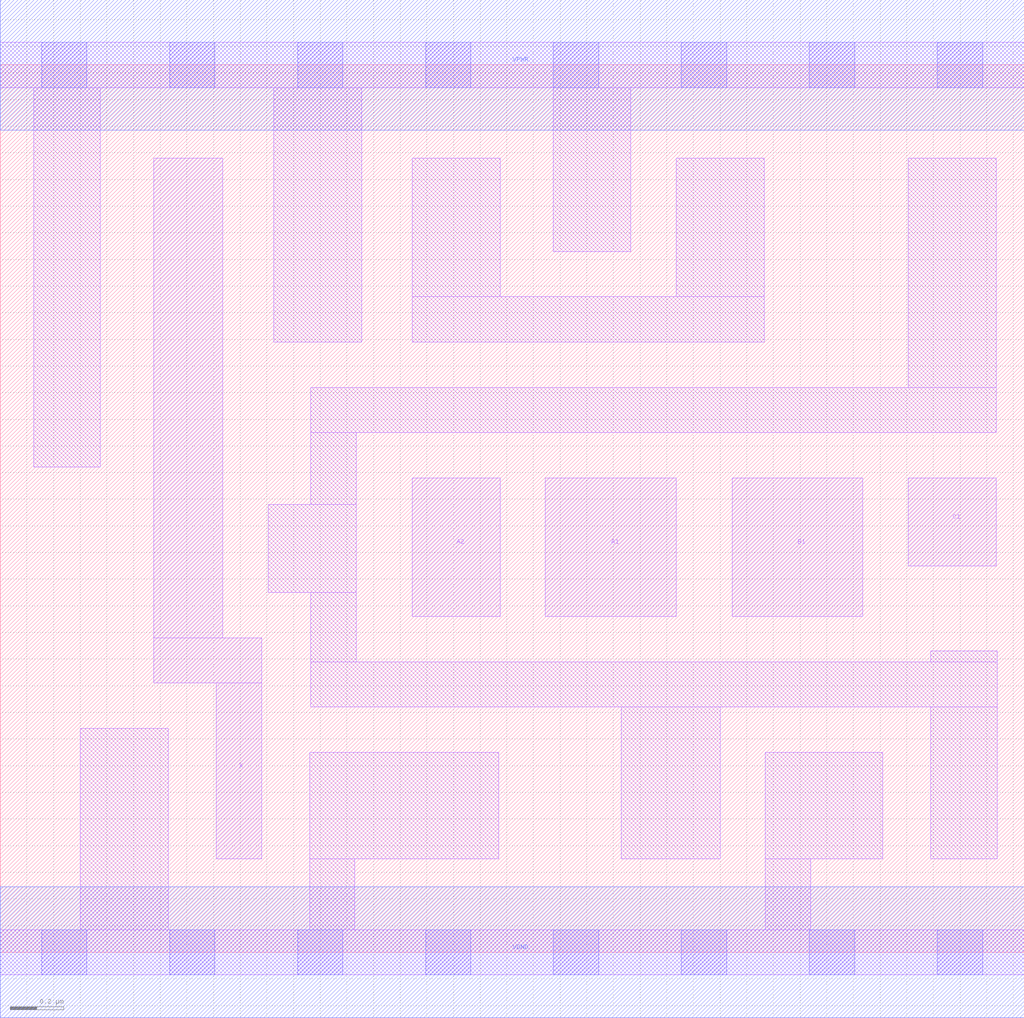
<source format=lef>
# Copyright 2020 The SkyWater PDK Authors
#
# Licensed under the Apache License, Version 2.0 (the "License");
# you may not use this file except in compliance with the License.
# You may obtain a copy of the License at
#
#     https://www.apache.org/licenses/LICENSE-2.0
#
# Unless required by applicable law or agreed to in writing, software
# distributed under the License is distributed on an "AS IS" BASIS,
# WITHOUT WARRANTIES OR CONDITIONS OF ANY KIND, either express or implied.
# See the License for the specific language governing permissions and
# limitations under the License.
#
# SPDX-License-Identifier: Apache-2.0

VERSION 5.7 ;
  NAMESCASESENSITIVE ON ;
  NOWIREEXTENSIONATPIN ON ;
  DIVIDERCHAR "/" ;
  BUSBITCHARS "[]" ;
UNITS
  DATABASE MICRONS 200 ;
END UNITS
MACRO sky130_fd_sc_ms__a211o_2
  CLASS CORE ;
  FOREIGN sky130_fd_sc_ms__a211o_2 ;
  ORIGIN  0.000000  0.000000 ;
  SIZE  3.840000 BY  3.330000 ;
  SYMMETRY X Y ;
  SITE unit ;
  PIN A1
    ANTENNAGATEAREA  0.291000 ;
    DIRECTION INPUT ;
    USE SIGNAL ;
    PORT
      LAYER li1 ;
        RECT 2.045000 1.260000 2.535000 1.780000 ;
    END
  END A1
  PIN A2
    ANTENNAGATEAREA  0.291000 ;
    DIRECTION INPUT ;
    USE SIGNAL ;
    PORT
      LAYER li1 ;
        RECT 1.545000 1.260000 1.875000 1.780000 ;
    END
  END A2
  PIN B1
    ANTENNAGATEAREA  0.291000 ;
    DIRECTION INPUT ;
    USE SIGNAL ;
    PORT
      LAYER li1 ;
        RECT 2.745000 1.260000 3.235000 1.780000 ;
    END
  END B1
  PIN C1
    ANTENNAGATEAREA  0.291000 ;
    DIRECTION INPUT ;
    USE SIGNAL ;
    PORT
      LAYER li1 ;
        RECT 3.405000 1.450000 3.735000 1.780000 ;
    END
  END C1
  PIN X
    ANTENNADIFFAREA  0.509600 ;
    DIRECTION OUTPUT ;
    USE SIGNAL ;
    PORT
      LAYER li1 ;
        RECT 0.575000 1.010000 0.980000 1.180000 ;
        RECT 0.575000 1.180000 0.835000 2.980000 ;
        RECT 0.810000 0.350000 0.980000 1.010000 ;
    END
  END X
  PIN VGND
    DIRECTION INOUT ;
    USE GROUND ;
    PORT
      LAYER met1 ;
        RECT 0.000000 -0.245000 3.840000 0.245000 ;
    END
  END VGND
  PIN VPWR
    DIRECTION INOUT ;
    USE POWER ;
    PORT
      LAYER met1 ;
        RECT 0.000000 3.085000 3.840000 3.575000 ;
    END
  END VPWR
  OBS
    LAYER li1 ;
      RECT 0.000000 -0.085000 3.840000 0.085000 ;
      RECT 0.000000  3.245000 3.840000 3.415000 ;
      RECT 0.125000  1.820000 0.375000 3.245000 ;
      RECT 0.300000  0.085000 0.630000 0.840000 ;
      RECT 1.005000  1.350000 1.335000 1.680000 ;
      RECT 1.025000  2.290000 1.355000 3.245000 ;
      RECT 1.160000  0.085000 1.330000 0.350000 ;
      RECT 1.160000  0.350000 1.870000 0.750000 ;
      RECT 1.165000  0.920000 3.740000 1.090000 ;
      RECT 1.165000  1.090000 1.335000 1.350000 ;
      RECT 1.165000  1.680000 1.335000 1.950000 ;
      RECT 1.165000  1.950000 3.735000 2.120000 ;
      RECT 1.545000  2.290000 2.865000 2.460000 ;
      RECT 1.545000  2.460000 1.875000 2.980000 ;
      RECT 2.075000  2.630000 2.365000 3.245000 ;
      RECT 2.330000  0.350000 2.700000 0.920000 ;
      RECT 2.535000  2.460000 2.865000 2.980000 ;
      RECT 2.870000  0.085000 3.040000 0.350000 ;
      RECT 2.870000  0.350000 3.310000 0.750000 ;
      RECT 3.405000  2.120000 3.735000 2.980000 ;
      RECT 3.490000  0.350000 3.740000 0.920000 ;
      RECT 3.490000  1.090000 3.740000 1.130000 ;
    LAYER mcon ;
      RECT 0.155000 -0.085000 0.325000 0.085000 ;
      RECT 0.155000  3.245000 0.325000 3.415000 ;
      RECT 0.635000 -0.085000 0.805000 0.085000 ;
      RECT 0.635000  3.245000 0.805000 3.415000 ;
      RECT 1.115000 -0.085000 1.285000 0.085000 ;
      RECT 1.115000  3.245000 1.285000 3.415000 ;
      RECT 1.595000 -0.085000 1.765000 0.085000 ;
      RECT 1.595000  3.245000 1.765000 3.415000 ;
      RECT 2.075000 -0.085000 2.245000 0.085000 ;
      RECT 2.075000  3.245000 2.245000 3.415000 ;
      RECT 2.555000 -0.085000 2.725000 0.085000 ;
      RECT 2.555000  3.245000 2.725000 3.415000 ;
      RECT 3.035000 -0.085000 3.205000 0.085000 ;
      RECT 3.035000  3.245000 3.205000 3.415000 ;
      RECT 3.515000 -0.085000 3.685000 0.085000 ;
      RECT 3.515000  3.245000 3.685000 3.415000 ;
  END
END sky130_fd_sc_ms__a211o_2
END LIBRARY

</source>
